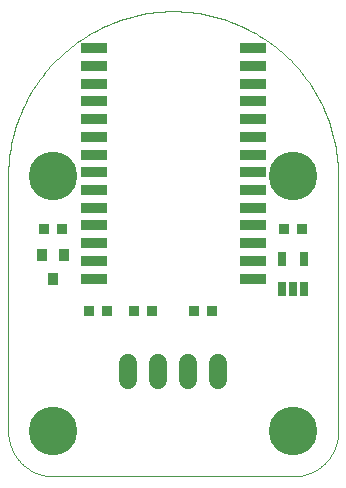
<source format=gts>
G75*
%MOIN*%
%OFA0B0*%
%FSLAX25Y25*%
%IPPOS*%
%LPD*%
%AMOC8*
5,1,8,0,0,1.08239X$1,22.5*
%
%ADD10R,0.03550X0.03943*%
%ADD11C,0.00000*%
%ADD12C,0.05943*%
%ADD13C,0.16211*%
%ADD14R,0.02565X0.05124*%
%ADD15R,0.09061X0.03550*%
%ADD16R,0.03550X0.03550*%
D10*
X0021800Y0084675D03*
X0018060Y0092943D03*
X0025540Y0092943D03*
D11*
X0006800Y0119006D02*
X0006800Y0034006D01*
X0006804Y0033644D01*
X0006818Y0033281D01*
X0006839Y0032919D01*
X0006870Y0032558D01*
X0006909Y0032198D01*
X0006957Y0031839D01*
X0007014Y0031481D01*
X0007079Y0031124D01*
X0007153Y0030769D01*
X0007236Y0030416D01*
X0007327Y0030065D01*
X0007426Y0029717D01*
X0007534Y0029371D01*
X0007650Y0029027D01*
X0007775Y0028687D01*
X0007907Y0028350D01*
X0008048Y0028016D01*
X0008197Y0027685D01*
X0008354Y0027358D01*
X0008518Y0027035D01*
X0008690Y0026716D01*
X0008870Y0026402D01*
X0009058Y0026091D01*
X0009253Y0025786D01*
X0009455Y0025485D01*
X0009665Y0025189D01*
X0009881Y0024899D01*
X0010105Y0024613D01*
X0010335Y0024333D01*
X0010572Y0024059D01*
X0010816Y0023791D01*
X0011066Y0023528D01*
X0011322Y0023272D01*
X0011585Y0023022D01*
X0011853Y0022778D01*
X0012127Y0022541D01*
X0012407Y0022311D01*
X0012693Y0022087D01*
X0012983Y0021871D01*
X0013279Y0021661D01*
X0013580Y0021459D01*
X0013885Y0021264D01*
X0014196Y0021076D01*
X0014510Y0020896D01*
X0014829Y0020724D01*
X0015152Y0020560D01*
X0015479Y0020403D01*
X0015810Y0020254D01*
X0016144Y0020113D01*
X0016481Y0019981D01*
X0016821Y0019856D01*
X0017165Y0019740D01*
X0017511Y0019632D01*
X0017859Y0019533D01*
X0018210Y0019442D01*
X0018563Y0019359D01*
X0018918Y0019285D01*
X0019275Y0019220D01*
X0019633Y0019163D01*
X0019992Y0019115D01*
X0020352Y0019076D01*
X0020713Y0019045D01*
X0021075Y0019024D01*
X0021438Y0019010D01*
X0021800Y0019006D01*
X0101800Y0019006D01*
X0102162Y0019010D01*
X0102525Y0019024D01*
X0102887Y0019045D01*
X0103248Y0019076D01*
X0103608Y0019115D01*
X0103967Y0019163D01*
X0104325Y0019220D01*
X0104682Y0019285D01*
X0105037Y0019359D01*
X0105390Y0019442D01*
X0105741Y0019533D01*
X0106089Y0019632D01*
X0106435Y0019740D01*
X0106779Y0019856D01*
X0107119Y0019981D01*
X0107456Y0020113D01*
X0107790Y0020254D01*
X0108121Y0020403D01*
X0108448Y0020560D01*
X0108771Y0020724D01*
X0109090Y0020896D01*
X0109404Y0021076D01*
X0109715Y0021264D01*
X0110020Y0021459D01*
X0110321Y0021661D01*
X0110617Y0021871D01*
X0110907Y0022087D01*
X0111193Y0022311D01*
X0111473Y0022541D01*
X0111747Y0022778D01*
X0112015Y0023022D01*
X0112278Y0023272D01*
X0112534Y0023528D01*
X0112784Y0023791D01*
X0113028Y0024059D01*
X0113265Y0024333D01*
X0113495Y0024613D01*
X0113719Y0024899D01*
X0113935Y0025189D01*
X0114145Y0025485D01*
X0114347Y0025786D01*
X0114542Y0026091D01*
X0114730Y0026402D01*
X0114910Y0026716D01*
X0115082Y0027035D01*
X0115246Y0027358D01*
X0115403Y0027685D01*
X0115552Y0028016D01*
X0115693Y0028350D01*
X0115825Y0028687D01*
X0115950Y0029027D01*
X0116066Y0029371D01*
X0116174Y0029717D01*
X0116273Y0030065D01*
X0116364Y0030416D01*
X0116447Y0030769D01*
X0116521Y0031124D01*
X0116586Y0031481D01*
X0116643Y0031839D01*
X0116691Y0032198D01*
X0116730Y0032558D01*
X0116761Y0032919D01*
X0116782Y0033281D01*
X0116796Y0033644D01*
X0116800Y0034006D01*
X0116800Y0119006D01*
X0116784Y0120345D01*
X0116735Y0121684D01*
X0116653Y0123021D01*
X0116539Y0124355D01*
X0116393Y0125687D01*
X0116214Y0127014D01*
X0116003Y0128337D01*
X0115759Y0129654D01*
X0115484Y0130965D01*
X0115177Y0132268D01*
X0114838Y0133564D01*
X0114468Y0134851D01*
X0114067Y0136129D01*
X0113634Y0137397D01*
X0113171Y0138654D01*
X0112677Y0139899D01*
X0112153Y0141132D01*
X0111600Y0142351D01*
X0111016Y0143557D01*
X0110404Y0144748D01*
X0109763Y0145924D01*
X0109093Y0147084D01*
X0108395Y0148227D01*
X0107670Y0149353D01*
X0106917Y0150461D01*
X0106138Y0151551D01*
X0105332Y0152621D01*
X0104501Y0153671D01*
X0103644Y0154700D01*
X0102762Y0155709D01*
X0101857Y0156695D01*
X0100927Y0157659D01*
X0099974Y0158601D01*
X0098999Y0159519D01*
X0098001Y0160412D01*
X0096982Y0161282D01*
X0095942Y0162126D01*
X0094882Y0162944D01*
X0093802Y0163737D01*
X0092704Y0164503D01*
X0091586Y0165242D01*
X0090452Y0165954D01*
X0089300Y0166637D01*
X0088132Y0167293D01*
X0086948Y0167920D01*
X0085750Y0168518D01*
X0084537Y0169086D01*
X0083311Y0169625D01*
X0082072Y0170134D01*
X0080821Y0170612D01*
X0079558Y0171060D01*
X0078286Y0171477D01*
X0077003Y0171863D01*
X0075711Y0172218D01*
X0074411Y0172541D01*
X0073104Y0172832D01*
X0071790Y0173091D01*
X0070470Y0173318D01*
X0069145Y0173513D01*
X0067815Y0173676D01*
X0066482Y0173806D01*
X0065147Y0173904D01*
X0063809Y0173969D01*
X0062470Y0174002D01*
X0061130Y0174002D01*
X0059791Y0173969D01*
X0058453Y0173904D01*
X0057118Y0173806D01*
X0055785Y0173676D01*
X0054455Y0173513D01*
X0053130Y0173318D01*
X0051810Y0173091D01*
X0050496Y0172832D01*
X0049189Y0172541D01*
X0047889Y0172218D01*
X0046597Y0171863D01*
X0045314Y0171477D01*
X0044042Y0171060D01*
X0042779Y0170612D01*
X0041528Y0170134D01*
X0040289Y0169625D01*
X0039063Y0169086D01*
X0037850Y0168518D01*
X0036652Y0167920D01*
X0035468Y0167293D01*
X0034300Y0166637D01*
X0033148Y0165954D01*
X0032014Y0165242D01*
X0030896Y0164503D01*
X0029798Y0163737D01*
X0028718Y0162944D01*
X0027658Y0162126D01*
X0026618Y0161282D01*
X0025599Y0160412D01*
X0024601Y0159519D01*
X0023626Y0158601D01*
X0022673Y0157659D01*
X0021743Y0156695D01*
X0020838Y0155709D01*
X0019956Y0154700D01*
X0019099Y0153671D01*
X0018268Y0152621D01*
X0017462Y0151551D01*
X0016683Y0150461D01*
X0015930Y0149353D01*
X0015205Y0148227D01*
X0014507Y0147084D01*
X0013837Y0145924D01*
X0013196Y0144748D01*
X0012584Y0143557D01*
X0012000Y0142351D01*
X0011447Y0141132D01*
X0010923Y0139899D01*
X0010429Y0138654D01*
X0009966Y0137397D01*
X0009533Y0136129D01*
X0009132Y0134851D01*
X0008762Y0133564D01*
X0008423Y0132268D01*
X0008116Y0130965D01*
X0007841Y0129654D01*
X0007597Y0128337D01*
X0007386Y0127014D01*
X0007207Y0125687D01*
X0007061Y0124355D01*
X0006947Y0123021D01*
X0006865Y0121684D01*
X0006816Y0120345D01*
X0006800Y0119006D01*
D12*
X0046800Y0056778D02*
X0046800Y0051234D01*
X0056800Y0051234D02*
X0056800Y0056778D01*
X0066800Y0056778D02*
X0066800Y0051234D01*
X0076800Y0051234D02*
X0076800Y0056778D01*
D13*
X0101800Y0034006D03*
X0101800Y0119006D03*
X0021800Y0119006D03*
X0021800Y0034006D03*
D14*
X0098060Y0081388D03*
X0101800Y0081388D03*
X0105540Y0081388D03*
X0105540Y0091624D03*
X0098060Y0091624D03*
D15*
X0088375Y0090856D03*
X0088375Y0084951D03*
X0088375Y0096762D03*
X0088375Y0102667D03*
X0088375Y0108573D03*
X0088375Y0114478D03*
X0088375Y0120384D03*
X0088375Y0126289D03*
X0088375Y0132195D03*
X0088375Y0138100D03*
X0088375Y0144006D03*
X0088375Y0149911D03*
X0088375Y0155817D03*
X0088375Y0161722D03*
X0035225Y0161722D03*
X0035225Y0155817D03*
X0035225Y0149911D03*
X0035225Y0144006D03*
X0035225Y0138100D03*
X0035225Y0132195D03*
X0035225Y0126289D03*
X0035225Y0120384D03*
X0035225Y0114478D03*
X0035225Y0108573D03*
X0035225Y0102667D03*
X0035225Y0096762D03*
X0035225Y0090856D03*
X0035225Y0084951D03*
D16*
X0033847Y0074006D03*
X0039753Y0074006D03*
X0048847Y0074006D03*
X0054753Y0074006D03*
X0068847Y0074006D03*
X0074753Y0074006D03*
X0098847Y0101506D03*
X0104753Y0101506D03*
X0024753Y0101506D03*
X0018847Y0101506D03*
M02*

</source>
